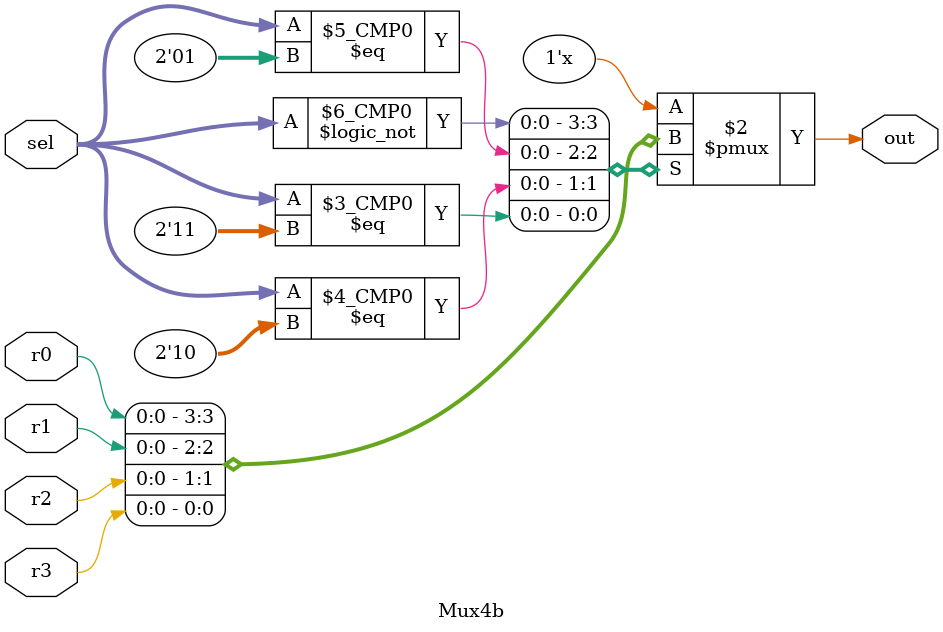
<source format=v>
`define RN 3'b100
`define RD 3'b010
`define RM 3'b001

module cpu(clk,
           reset,
           in,
           out,
           N,
           V,
           Z,
           w,
           mem_cmd,
           mem_addr, 
           mdata);
  input clk, reset;
  input [15:0] in, mdata;
  output [15:0] out;
  output [8:0] mem_addr;
  output[1:0] mem_cmd;
  output N, V, Z;
  output w;
  
  // instruction decoder stuff
  wire [15:0] instruction,sximm5, sximm8;
  wire [2:0] nsel,  opcode, readnum, writenum;
  wire [1:0] ALUop, op, shift, reset_pc;
  
  wire [2:0] cond;
  assign cond = instruction[10:8];
  
  // datapath wires
  wire [3:0] vsel;
  wire [15:0] mdata;
  wire [8:0] PC, next_PC, dataAdressOut;
  wire write, loada, loadb, loadc, loads, asel, bsel, loadir, loadpc, addr_sel, load_addr;
  
  // Datapath instantiation with dot notation
  datapath DP(
  .clk(clk),
  .readnum(readnum),
  .vsel(vsel),
  .loada(loada),
  .loadb(loadb),
  .shift(shift),
  .asel(asel),
  .bsel(bsel),
  .ALUop(ALUop),
  .loadc(loadc),
  .loads(loads),
  .writenum(writenum),
  .write(write),
  .datapath_in(sximm8),
  .sximm5(sximm5),
  .mdata(mdata),
  .PC(PC),
  .Z_out(Z),
  .V_out(V),
  .N_out(N),
  .datapath_out(out));
  
  // Instruction register without dot notation
  regLoad #(16) instructionRegister(clk, loadir, in, instruction);
  
  //Program Counter Reg
  regLoad #(9) PCCounter(clk, loadpc, next_PC, PC);

  //Data Adress Reg
  regLoad #(9) DataAdress(clk, load_addr, out[8:0], dataAdressOut);

  Mux4b #(9) pcmux((PC + 1'b1), 9'b0, (PC + 1'b1 + sximm8[8:0]), (out[8:0]), reset_pc, next_PC);

  assign mem_addr = addr_sel ? PC : dataAdressOut; //mem_adder will be dataaddress if adder_sel is 1'b1 otherwise it's just the PC counter

  // Instruction decoder instantiation with dot notation
  instructionDecoder instructionDecoded(
  .nsel(nsel),
  .instruction(instruction),
  .ALUop(ALUop),
  .sximm5(sximm5),
  .sximm8(sximm8),
  .readnum(readnum),
  .writenum(writenum),
  .opcode(opcode),
  .op(op),
  .shift(shift));

  // Instantiates the datapath controller FSM using dot notation
  InstructionSM FSM(.clk(clk),
                     .reset(reset),
                     .w(w),
                     .nsel(nsel),
                     .loada(loada),
                     .loadb(loadb),
                     .loadc(loadc),
                     .loads(loads),
                     .vsel(vsel),
                     .write(write),
                     .opcode(opcode),
                     .op(op),
                     .asel(asel),
                     .bsel(bsel),
                     .loadir(loadir),
                     .loadpc(loadpc),
                     .reset_pc(reset_pc),
                     .addr_sel(addr_sel),
                     .mem_cmd(mem_cmd),
		    .load_addr(load_addr),
                     .N(N),
                     .V(V),
                     .Z(Z),
                     .cond(cond));

  
endmodule
  
  
  module instructionDecoder(nsel, instruction, ALUop, sximm5, sximm8, readnum, writenum, opcode, op, shift);
    input [15:0] instruction;
    input[2:0] nsel;
    output [1:0] ALUop, op, shift;
    output[2:0] opcode, readnum, writenum;
    output[15:0] sximm5, sximm8;
    
    // Determines readnum based on which register is selected by nsel: Rd, Rn, or Rm
    Mux3 #(3) regNum(instruction[2:0], instruction[7:5], instruction[10:8], nsel, readnum);
    // Since writenum is the same as readnum, we assign them together
    assign writenum = readnum;
    // The ALU operation is bits 12 and 11 no matter what category of operation we're in, so we feed it directly into the ALU
    assign ALUop    = instruction[12:11];
    // The shift is set directly by bits 4 and 3 of the instruction, if doing a LDR or STR we should override with 2'b00 so immx5 isn't shifted
    assign shift    = (opcode === 3'b100) ? op : instruction[4:3];
    // sximm5 is the 16 bit sign extended version of the first 5 bits of instruction
    assign sximm5   = {{11{instruction[4]}}, instruction[4:0]};
    // sximm8 is the 16 bit sign extended version of the first 8 bits of instruction
    assign sximm8   = {{8{instruction[7]}}, instruction[7:0]};
    // The opcode is the category of operation
    assign opcode   = instruction[15:13];
    // The op determines the operation within the category given by opcode
    assign op       = instruction[12:11];
    
    
  endmodule
    
    // multiplexer 3 inputs, one-hot select, variable width input/output
    module Mux3(r0, r1, r2, sel, out);
      parameter n = 1;
      input [n-1:0] r0, r1, r2;
      input [2:0] sel;
      output [n-1:0] out;
      reg [n-1:0] out;
      
      // using basis from SS6 slide 21, always block for output of mux based on one-hot sel
      always @(*) begin
        case(sel) // case statement is based on the one-hot select signal
          3'b001: out  = r0;
          3'b010: out  = r1;
          3'b100: out  = r2;
          default: out = {n{1'bx}}; // default is a output of all "don't cares" for debugging purposes
        endcase
      end
    endmodule

    // multiplexer 4 inputs, binary, variable width input/output
		module Mux4b(r0, r1, r2, r3, sel, out);
      parameter n = 1;
  		input [n-1:0] r0, r1, r2, r3;
      input [1:0] sel;
      output [n-1:0] out;
      reg [n-1:0] out;
      
      // using basis from SS6 slide 21, always block for output of mux based on one-hot sel
      always @(*) begin
        case(sel) // case statement is based on the one-hot select signal
          2'b00: out  = r0;
          2'b01: out  = r1;
          2'b10: out  = r2;
          2'b11: out  = r3;
          default: out = {n{1'bx}}; // default is a output of all "don't cares" for debugging purposes
        endcase
      end
    endmodule

</source>
